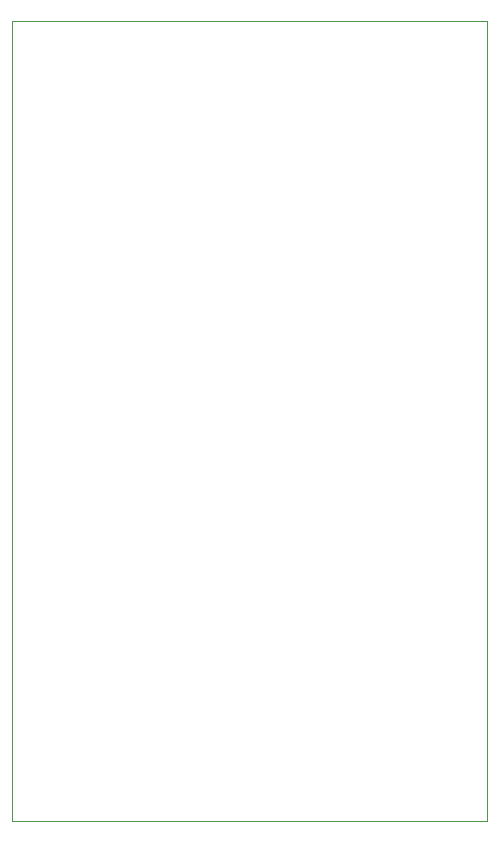
<source format=gm1>
%TF.GenerationSoftware,KiCad,Pcbnew,7.0.7+dfsg-1*%
%TF.CreationDate,2024-04-04T18:03:27+01:00*%
%TF.ProjectId,point-controller-switches,706f696e-742d-4636-9f6e-74726f6c6c65,rev?*%
%TF.SameCoordinates,Original*%
%TF.FileFunction,Profile,NP*%
%FSLAX46Y46*%
G04 Gerber Fmt 4.6, Leading zero omitted, Abs format (unit mm)*
G04 Created by KiCad (PCBNEW 7.0.7+dfsg-1) date 2024-04-04 18:03:27*
%MOMM*%
%LPD*%
G01*
G04 APERTURE LIST*
%TA.AperFunction,Profile*%
%ADD10C,0.100000*%
%TD*%
G04 APERTURE END LIST*
D10*
X106400000Y-83725000D02*
X146600000Y-83725000D01*
X146600000Y-151525000D01*
X106400000Y-151525000D01*
X106400000Y-83725000D01*
M02*

</source>
